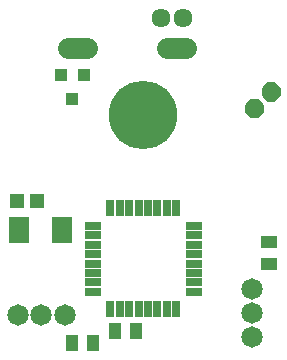
<source format=gts>
G75*
G70*
%OFA0B0*%
%FSLAX24Y24*%
%IPPOS*%
%LPD*%
%AMOC8*
5,1,8,0,0,1.08239X$1,22.5*
%
%ADD10R,0.0580X0.0300*%
%ADD11R,0.0300X0.0580*%
%ADD12C,0.0714*%
%ADD13R,0.0395X0.0434*%
%ADD14R,0.0513X0.0474*%
%ADD15R,0.0552X0.0395*%
%ADD16R,0.0395X0.0552*%
%ADD17C,0.0635*%
%ADD18C,0.0714*%
%ADD19C,0.0127*%
%ADD20R,0.0671X0.0907*%
%ADD21C,0.2280*%
D10*
X005417Y002758D03*
X005417Y003073D03*
X005417Y003388D03*
X005417Y003703D03*
X005417Y004017D03*
X005417Y004332D03*
X005417Y004647D03*
X005417Y004962D03*
X008797Y004962D03*
X008797Y004647D03*
X008797Y004332D03*
X008797Y004017D03*
X008797Y003703D03*
X008797Y003388D03*
X008797Y003073D03*
X008797Y002758D03*
D11*
X008209Y002170D03*
X007894Y002170D03*
X007579Y002170D03*
X007264Y002170D03*
X006949Y002170D03*
X006634Y002170D03*
X006319Y002170D03*
X006004Y002170D03*
X006004Y005550D03*
X006319Y005550D03*
X006634Y005550D03*
X006949Y005550D03*
X007264Y005550D03*
X007579Y005550D03*
X007894Y005550D03*
X008209Y005550D03*
D12*
X002917Y001990D03*
X003705Y001990D03*
X004492Y001990D03*
X010726Y002053D03*
X010726Y001265D03*
X010726Y002840D03*
D13*
X005118Y009985D03*
X004744Y009197D03*
X004370Y009985D03*
D14*
X003579Y005791D03*
X002910Y005791D03*
D15*
X011309Y004411D03*
X011309Y003702D03*
D16*
X006872Y001448D03*
X006163Y001448D03*
X005437Y001049D03*
X004728Y001049D03*
D17*
X007683Y011875D03*
X008437Y011903D03*
D18*
X008545Y010891D02*
X007912Y010891D01*
X005238Y010891D02*
X004605Y010891D01*
D19*
X010859Y008673D02*
X010923Y008609D01*
X010713Y008608D01*
X010564Y008756D01*
X010563Y008966D01*
X010711Y009115D01*
X010921Y009116D01*
X011070Y008968D01*
X011071Y008758D01*
X010923Y008609D01*
X010884Y008704D01*
X010752Y008704D01*
X010659Y008795D01*
X010659Y008927D01*
X010750Y009020D01*
X010882Y009020D01*
X010975Y008929D01*
X010975Y008797D01*
X010884Y008704D01*
X010843Y008800D01*
X010792Y008799D01*
X010755Y008836D01*
X010754Y008887D01*
X010791Y008924D01*
X010842Y008925D01*
X010879Y008888D01*
X010880Y008837D01*
X010843Y008800D01*
X011414Y009231D02*
X011478Y009167D01*
X011268Y009166D01*
X011119Y009314D01*
X011118Y009524D01*
X011266Y009673D01*
X011476Y009674D01*
X011625Y009526D01*
X011626Y009316D01*
X011478Y009167D01*
X011439Y009262D01*
X011307Y009262D01*
X011214Y009353D01*
X011214Y009485D01*
X011305Y009578D01*
X011437Y009578D01*
X011530Y009487D01*
X011530Y009355D01*
X011439Y009262D01*
X011398Y009358D01*
X011347Y009357D01*
X011310Y009394D01*
X011309Y009445D01*
X011346Y009482D01*
X011397Y009483D01*
X011434Y009446D01*
X011435Y009395D01*
X011398Y009358D01*
D20*
X004396Y004812D03*
X002978Y004812D03*
D21*
X007094Y008641D03*
M02*

</source>
